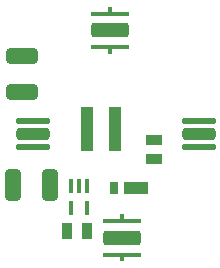
<source format=gbr>
%TF.GenerationSoftware,KiCad,Pcbnew,8.0.0*%
%TF.CreationDate,2024-03-10T03:06:54-05:00*%
%TF.ProjectId,Flashlight,466c6173-686c-4696-9768-742e6b696361,1.0*%
%TF.SameCoordinates,Original*%
%TF.FileFunction,Paste,Top*%
%TF.FilePolarity,Positive*%
%FSLAX46Y46*%
G04 Gerber Fmt 4.6, Leading zero omitted, Abs format (unit mm)*
G04 Created by KiCad (PCBNEW 8.0.0) date 2024-03-10 03:06:54*
%MOMM*%
%LPD*%
G01*
G04 APERTURE LIST*
G04 Aperture macros list*
%AMRoundRect*
0 Rectangle with rounded corners*
0 $1 Rounding radius*
0 $2 $3 $4 $5 $6 $7 $8 $9 X,Y pos of 4 corners*
0 Add a 4 corners polygon primitive as box body*
4,1,4,$2,$3,$4,$5,$6,$7,$8,$9,$2,$3,0*
0 Add four circle primitives for the rounded corners*
1,1,$1+$1,$2,$3*
1,1,$1+$1,$4,$5*
1,1,$1+$1,$6,$7*
1,1,$1+$1,$8,$9*
0 Add four rect primitives between the rounded corners*
20,1,$1+$1,$2,$3,$4,$5,0*
20,1,$1+$1,$4,$5,$6,$7,0*
20,1,$1+$1,$6,$7,$8,$9,0*
20,1,$1+$1,$8,$9,$2,$3,0*%
G04 Aperture macros list end*
%ADD10R,0.400000X1.200000*%
%ADD11R,0.980000X3.700000*%
%ADD12R,2.000000X1.100000*%
%ADD13R,0.800000X1.100000*%
%ADD14R,0.940000X1.430000*%
%ADD15R,1.430000X0.940000*%
%ADD16RoundRect,0.250000X-0.400000X-1.075000X0.400000X-1.075000X0.400000X1.075000X-0.400000X1.075000X0*%
%ADD17RoundRect,0.250000X1.075000X-0.400000X1.075000X0.400000X-1.075000X0.400000X-1.075000X-0.400000X0*%
%ADD18RoundRect,0.100000X0.100000X-0.162499X0.100000X0.162499X-0.100000X0.162499X-0.100000X-0.162499X0*%
%ADD19RoundRect,0.100000X1.500000X-0.100000X1.500000X0.100000X-1.500000X0.100000X-1.500000X-0.100000X0*%
%ADD20RoundRect,0.222222X1.377778X-0.377778X1.377778X0.377778X-1.377778X0.377778X-1.377778X-0.377778X0*%
%ADD21RoundRect,0.100000X0.100000X-0.165625X0.100000X0.165625X-0.100000X0.165625X-0.100000X-0.165625X0*%
%ADD22RoundRect,0.137500X-1.262500X0.137500X-1.262500X-0.137500X1.262500X-0.137500X1.262500X0.137500X0*%
%ADD23RoundRect,0.250000X-1.150000X0.250000X-1.150000X-0.250000X1.150000X-0.250000X1.150000X0.250000X0*%
%ADD24RoundRect,0.100000X-0.100000X0.165625X-0.100000X-0.165625X0.100000X-0.165625X0.100000X0.165625X0*%
%ADD25RoundRect,0.100000X-1.500000X0.100000X-1.500000X-0.100000X1.500000X-0.100000X1.500000X0.100000X0*%
%ADD26RoundRect,0.222222X-1.377778X0.377778X-1.377778X-0.377778X1.377778X-0.377778X1.377778X0.377778X0*%
%ADD27RoundRect,0.100000X-0.100000X0.162499X-0.100000X-0.162499X0.100000X-0.162499X0.100000X0.162499X0*%
%ADD28RoundRect,0.137500X1.262500X-0.137500X1.262500X0.137500X-1.262500X0.137500X-1.262500X-0.137500X0*%
%ADD29RoundRect,0.250000X1.150000X-0.250000X1.150000X0.250000X-1.150000X0.250000X-1.150000X-0.250000X0*%
G04 APERTURE END LIST*
D10*
%TO.C,PS1*%
X112400000Y-69200000D03*
X111750000Y-69200000D03*
X111100000Y-69200000D03*
X111100000Y-71100000D03*
X112400000Y-71100000D03*
%TD*%
D11*
%TO.C,L1*%
X114800000Y-64400000D03*
X112430000Y-64400000D03*
%TD*%
D12*
%TO.C,D1*%
X116575000Y-69400000D03*
D13*
X114675000Y-69400000D03*
%TD*%
D14*
%TO.C,C2*%
X112400000Y-73000000D03*
X110760000Y-73000000D03*
%TD*%
D15*
%TO.C,C1*%
X118100000Y-66920000D03*
X118100000Y-65280000D03*
%TD*%
D16*
%TO.C,R1*%
X106150000Y-69100000D03*
X109250000Y-69100000D03*
%TD*%
D17*
%TO.C,R2*%
X106900000Y-61250000D03*
X106900000Y-58150000D03*
%TD*%
D18*
%TO.C,LED1*%
X115380000Y-71862501D03*
D19*
X115380000Y-72200000D03*
D20*
X115380000Y-73600000D03*
D19*
X115380000Y-75000000D03*
D21*
X115380000Y-75334375D03*
%TD*%
D22*
%TO.C,LED4*%
X107880000Y-65935000D03*
X107880000Y-63685000D03*
D23*
X107880000Y-64810000D03*
%TD*%
D24*
%TO.C,LED2*%
X114380000Y-54265625D03*
D25*
X114380000Y-54600000D03*
D26*
X114380000Y-56000000D03*
D25*
X114380000Y-57400000D03*
D27*
X114380000Y-57737499D03*
%TD*%
D28*
%TO.C,LED3*%
X121880000Y-63685000D03*
X121880000Y-65935000D03*
D29*
X121880000Y-64810000D03*
%TD*%
M02*

</source>
